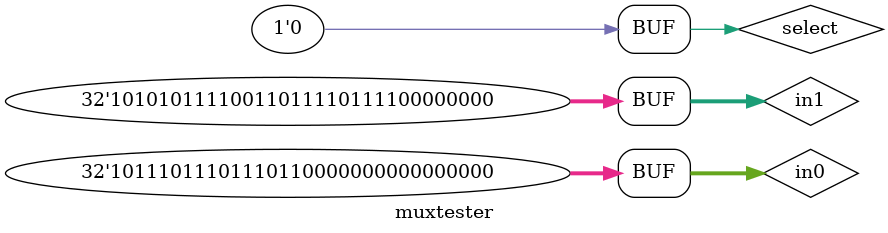
<source format=v>
/* PURPOSE: Test bed for multiplexer
 * INPUT: None
 * OUTPUT: None
 * Conor O'Connell
 * 5/5/2016
 */
module muxtester();
  reg [31:0] in0;
  reg [31:0] in1;
  reg select;
  wire [31:0] out;

  mux32x2 mux_1(in0, in1, select, out);
  
  initial 
    begin
      in0 = 'hFFFFFFFF;
      in1 = 'h01234567;
      select = 0;
      #2
      in0 = 'hBBBB0000;
      #2
      select = 1;
      #2
      in1 = 'hABCDEF00;
      #2
      select = 0;
    end
endmodule
</source>
